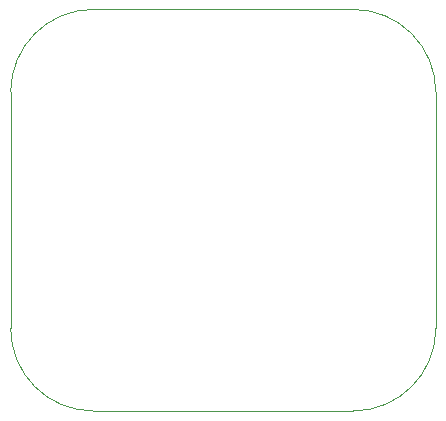
<source format=gbr>
G04 --- HEADER BEGIN --- *
G04 #@! TF.GenerationSoftware,LibrePCB,LibrePCB,1.0.1-unstable*
G04 #@! TF.CreationDate,2024-02-11T18:20:56*
G04 #@! TF.ProjectId,d0-reader,9220702f-a48e-4216-8865-87f6ea8ca353,v2*
G04 #@! TF.Part,Single*
G04 #@! TF.SameCoordinates*
G04 #@! TF.FileFunction,Profile,NP*
%FSLAX66Y66*%
%MOMM*%
G01*
G75*
G04 --- HEADER END --- *
G04 --- APERTURE LIST BEGIN --- *
G04 #@! TA.AperFunction,Profile*
%ADD10C,0.001*%
G04 #@! TD*
G04 --- APERTURE LIST END --- *
G04 --- BOARD BEGIN --- *
D10*
X-18000000Y-10000000D02*
X-18000000Y10000000D01*
G02*
X-11000000Y17000000I7000000J0D01*
G01*
X11000000Y17000000D01*
G02*
X18000000Y10000000I0J-7000000D01*
G01*
X18000000Y-10000000D01*
G02*
X11000000Y-17000000I-7000000J0D01*
G01*
X-11000000Y-17000000D01*
G02*
X-18000000Y-10000000I0J7000000D01*
G01*
G04 --- BOARD END --- *
G04 #@! TF.MD5,548df6f6e50f4526ebc500dd89e169a1*
M02*

</source>
